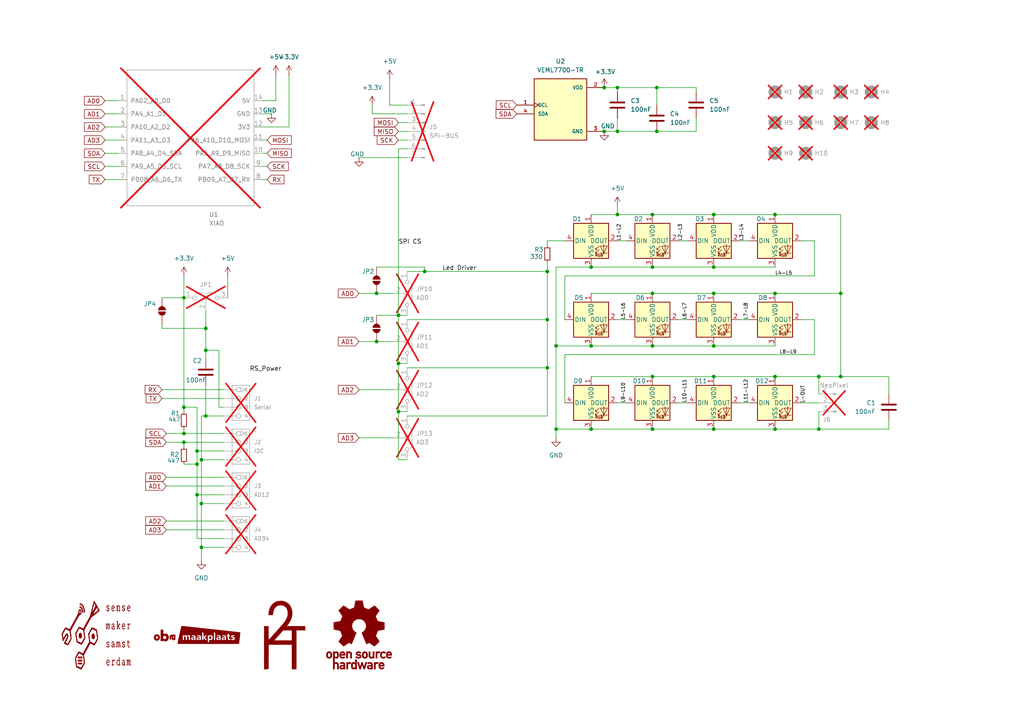
<source format=kicad_sch>
(kicad_sch (version 20231120) (generator "eeschema") (generator_version "8.0")
  (paper "A4")
  (title_block (title "NeoPixel4Xiao") (date "2024-11-13") (rev "3") (company "Sensemakers/In2Tech") (comment 1 "OBA Maakplaats facilitating:") (comment 3 "K. Wessing, M. Frissen, G. Mos") (comment 4 "Open Source Hardware by:"))
  (lib_symbols
    (symbol "Connector:Conn_01x03_Pin" (pin_names (offset 1.016) hide)
      (property "Reference" "J" (at 0 5.08 0))
      (property "Value" "Conn_01x03_Pin" (at 0 -5.08 0))
      (symbol "Conn_01x03_Pin_1_1"
        (pin passive line (at 5.08 2.54 180) (length 3.81) (name "Pin_1") (number "1"))
        (pin passive line (at 5.08 0 180) (length 3.81) (name "Pin_2") (number "2"))
        (pin passive line (at 5.08 -2.54 180) (length 3.81) (name "Pin_3") (number "3"))
      )
    )
    (symbol "Connector:Conn_01x07_Pin" (pin_names (offset 1.016) hide)
      (property "Reference" "J" (at 0 10.16 0))
      (property "Value" "Conn_01x07_Pin" (at 0 -10.16 0))
      (symbol "Conn_01x07_Pin_1_1"
        (pin passive line (at 5.08 7.62 180) (length 3.81) (name "Pin_1") (number "1"))
        (pin passive line (at 5.08 5.08 180) (length 3.81) (name "Pin_2") (number "2"))
        (pin passive line (at 5.08 2.54 180) (length 3.81) (name "Pin_3") (number "3"))
        (pin passive line (at 5.08 0 180) (length 3.81) (name "Pin_4") (number "4"))
        (pin passive line (at 5.08 -2.54 180) (length 3.81) (name "Pin_5") (number "5"))
        (pin passive line (at 5.08 -5.08 180) (length 3.81) (name "Pin_6") (number "6"))
        (pin passive line (at 5.08 -7.62 180) (length 3.81) (name "Pin_7") (number "7"))
      )
    )
    (symbol "Device:C" (pin_numbers hide) (pin_names (offset 0.254))
      (property "Reference" "C" (at 0.635 2.54 0))
      (property "Value" "C" (at 0.635 -2.54 0))
      (symbol "C_1_1"
        (pin passive line (at 0 3.81 270) (length 2.794) (name "~") (number "1"))
        (pin passive line (at 0 -3.81 90) (length 2.794) (name "~") (number "2"))
      )
    )
    (symbol "Device:R_Small" (pin_numbers hide) (pin_names (offset 0.254) hide)
      (property "Reference" "R" (at 0.762 0.508 0))
      (property "Value" "R_Small" (at 0.762 -1.016 0))
      (symbol "R_Small_1_1"
        (pin passive line (at 0 2.54 270) (length 0.762) (name "~") (number "1"))
        (pin passive line (at 0 -2.54 90) (length 0.762) (name "~") (number "2"))
      )
    )
    (symbol "Jumper:Jumper_3_Open" (pin_names (offset 0) hide) (exclude_from_sim yes) (in_bom no)
      (property "Reference" "JP" (at -2.54 -2.54 0))
      (property "Value" "Jumper_3_Open" (at 0 2.794 0))
      (symbol "Jumper_3_Open_1_1"
        (pin passive line (at -6.35 0 0) (length 2.54) (name "A") (number "1"))
        (pin passive line (at 0 -3.81 90) (length 2.54) (name "C") (number "2"))
        (pin passive line (at 6.35 0 180) (length 2.54) (name "B") (number "3"))
      )
    )
    (symbol "Jumper:SolderJumper_2_Open" (pin_numbers hide) (pin_names (offset 0) hide) (exclude_from_sim yes) (in_bom no)
      (property "Reference" "JP" (at 0 2.032 0))
      (property "Value" "SolderJumper_2_Open" (at 0 -2.54 0))
      (symbol "SolderJumper_2_Open_1_1"
        (pin passive line (at -3.81 0 0) (length 2.54) (name "A") (number "1"))
        (pin passive line (at 3.81 0 180) (length 2.54) (name "B") (number "2"))
      )
    )
    (symbol "LED:WS2812B" (pin_names (offset 0.254))
      (property "Reference" "D" (at 5.08 5.715 0))
      (property "Value" "WS2812B" (at 1.27 -5.715 0))
      (symbol "WS2812B_0_0"
        (text "RGB" (at 2.286 -4.191 0) (effects (font (size 0.762 0.762))))
      )
      (symbol "WS2812B_1_1"
        (pin power_in line (at 0 7.62 270) (length 2.54) (name "VDD") (number "1"))
        (pin output line (at 7.62 0 180) (length 2.54) (name "DOUT") (number "2"))
        (pin power_in line (at 0 -7.62 90) (length 2.54) (name "VSS") (number "3"))
        (pin input line (at -7.62 0 0) (length 2.54) (name "DIN") (number "4"))
      )
    )
    (symbol "Mechanical:MountingHole" (pin_names (offset 1.016)) (exclude_from_sim yes) (in_bom no)
      (property "Reference" "H" (at 0 5.08 0))
      (property "Value" "MountingHole" (at 0 3.175 0))
    )
    (symbol "OPL_Connector:GROVE-CONNECTOR-DIP-90D_4P-2.0_" (pin_numbers hide) (pin_names (offset 1.016))
      (property "Reference" "J" (at -6.35 6.35 0))
      (property "Value" "GROVE-CONNECTOR-DIP-90D_4P-2.0_" (at 0 6.35 0))
      (symbol "GROVE-CONNECTOR-DIP-90D_4P-2.0__1_1"
        (pin bidirectional inverted_clock (at -3.81 3.81 0) (length 5.08) (name "1") (number "1"))
        (pin bidirectional inverted (at -3.81 1.27 0) (length 5.08) (name "2") (number "2"))
        (pin bidirectional inverted (at -3.81 -1.27 0) (length 5.08) (name "3") (number "3"))
        (pin bidirectional inverted (at -3.81 -3.81 0) (length 5.08) (name "4") (number "4"))
      )
    )
    (symbol "VEML77--TR:VEML7700-TR" (pin_names (offset 1.016))
      (property "Reference" "U" (at -7.62 10.795 0))
      (property "Value" "VEML7700-TR" (at -7.62 -10.16 0))
      (symbol "VEML7700-TR_0_0"
        (pin input clock (at -12.7 2.54 0) (length 5.08) (name "SCL") (number "1"))
        (pin power_in line (at 12.7 7.62 180) (length 5.08) (name "VDD") (number "2"))
        (pin power_in line (at 12.7 -5.08 180) (length 5.08) (name "GND") (number "3"))
        (pin bidirectional line (at -12.7 0 0) (length 5.08) (name "SDA") (number "4"))
      )
    )
    (symbol "logo:in2tech" (pin_names (offset 1.016)))
    (symbol "logo:oba" (pin_names (offset 1.016)))
    (symbol "logo:open-source" (pin_names (offset 1.016)))
    (symbol "logo:sensemakers" (pin_names (offset 1.016)))
    (symbol "power:+3.3V" (power) (pin_numbers hide) (pin_names (offset 0) hide)
      (property "Value" "+3.3V" (at 0 3.556 0))
      (symbol "+3.3V_1_1"
        (pin power_in line (at 0 0 90) (length 0) (name "~") (number "1"))
      )
    )
    (symbol "power:+5V" (power) (pin_numbers hide) (pin_names (offset 0) hide)
      (property "Value" "+5V" (at 0 3.556 0))
      (symbol "+5V_1_1"
        (pin power_in line (at 0 0 90) (length 0) (name "~") (number "1"))
      )
    )
    (symbol "power:GND" (power) (pin_numbers hide) (pin_names (offset 0) hide)
      (property "Value" "GND" (at 0 -3.81 0))
      (symbol "GND_1_1"
        (pin power_in line (at 0 0 270) (length 0) (name "~") (number "1"))
      )
    )
    (symbol "xiao:SeeeduinoXIAO" (pin_names (offset 1.016))
      (property "Reference" "U1" (at 4.7341 -21.59 0))
      (property "Value" "XIAO" (at 4.7341 -24.13 0))
      (symbol "SeeeduinoXIAO_1_1"
        (pin unspecified line (at -21.59 11.43 0) (length 2.54) (name "PA02_A0_D0") (number "1"))
        (pin unspecified line (at 20.32 -3.81 180) (length 2.54) (name "PA5_A9_D9_MISO") (number "10"))
        (pin unspecified line (at 20.32 0 180) (length 2.54) (name "PA6_A10_D10_MOSI") (number "11"))
        (pin unspecified line (at 20.32 3.81 180) (length 2.54) (name "3V3") (number "12"))
        (pin unspecified line (at 20.32 7.62 180) (length 2.54) (name "GND") (number "13"))
        (pin unspecified line (at 20.32 11.43 180) (length 2.54) (name "5V") (number "14"))
        (pin unspecified line (at -21.59 7.62 0) (length 2.54) (name "PA4_A1_D1") (number "2"))
        (pin unspecified line (at -21.59 3.81 0) (length 2.54) (name "PA10_A2_D2") (number "3"))
        (pin unspecified line (at -21.59 0 0) (length 2.54) (name "PA11_A3_D3") (number "4"))
        (pin unspecified line (at -21.59 -3.81 0) (length 2.54) (name "PA8_A4_D4_SDA") (number "5"))
        (pin unspecified line (at -21.59 -7.62 0) (length 2.54) (name "PA9_A5_D5_SCL") (number "6"))
        (pin unspecified line (at -21.59 -11.43 0) (length 2.54) (name "PB08_A6_D6_TX") (number "7"))
        (pin unspecified line (at 20.32 -11.43 180) (length 2.54) (name "PB09_A7_D7_RX") (number "8"))
        (pin unspecified line (at 20.32 -7.62 180) (length 2.54) (name "PA7_A8_D8_SCK") (number "9"))
      )
    )
  )
  (junction (at 115.57 91.44))
  (junction (at 161.29 124.46))
  (junction (at 53.34 128.27))
  (junction (at 59.69 120.65))
  (junction (at 179.07 38.1))
  (junction (at 161.29 100.33))
  (junction (at 57.15 143.51))
  (junction (at 53.34 125.73))
  (junction (at 109.22 99.06))
  (junction (at 59.69 101.6))
  (junction (at 109.22 85.09))
  (junction (at 59.69 95.25))
  (junction (at 171.45 77.47))
  (junction (at 243.84 109.22))
  (junction (at 243.84 85.09))
  (junction (at 171.45 124.46))
  (junction (at 189.23 109.22))
  (junction (at 123.19 78.74))
  (junction (at 190.5 38.1))
  (junction (at 158.75 106.68))
  (junction (at 190.5 25.4))
  (junction (at 115.57 119.38))
  (junction (at 189.23 124.46))
  (junction (at 58.42 158.75))
  (junction (at 207.01 109.22))
  (junction (at 224.79 62.23))
  (junction (at 224.79 124.46))
  (junction (at 207.01 100.33))
  (junction (at 207.01 124.46))
  (junction (at 224.79 85.09))
  (junction (at 224.79 109.22))
  (junction (at 53.34 118.11))
  (junction (at 175.26 25.4))
  (junction (at 171.45 100.33))
  (junction (at 58.42 146.05))
  (junction (at 57.15 130.81))
  (junction (at 189.23 62.23))
  (junction (at 158.75 78.74))
  (junction (at 207.01 85.09))
  (junction (at 179.07 62.23))
  (junction (at 207.01 62.23))
  (junction (at 189.23 100.33))
  (junction (at 115.57 105.41))
  (junction (at 189.23 85.09))
  (junction (at 57.15 134.62))
  (junction (at 189.23 77.47))
  (junction (at 175.26 38.1))
  (junction (at 158.75 92.71))
  (junction (at 58.42 133.35))
  (junction (at 237.49 124.46))
  (junction (at 53.34 86.36))
  (junction (at 179.07 25.4))
  (junction (at 207.01 77.47))
  (junction (at 237.49 109.22))
  (wire (pts (xy 207.01 77.47) (xy 224.79 77.47)))
  (wire (pts (xy 104.14 113.03) (xy 114.3 113.03)))
  (wire (pts (xy 115.57 38.1) (xy 118.11 38.1)))
  (wire (pts (xy 83.82 36.83) (xy 83.82 21.59)))
  (wire (pts (xy 115.57 119.38) (xy 115.57 105.41)))
  (wire (pts (xy 30.48 40.64) (xy 34.29 40.64)))
  (wire (pts (xy 30.48 44.45) (xy 34.29 44.45)))
  (wire (pts (xy 214.63 116.84) (xy 217.17 116.84)))
  (wire (pts (xy 161.29 100.33) (xy 171.45 100.33)))
  (wire (pts (xy 224.79 62.23) (xy 243.84 62.23)))
  (wire (pts (xy 179.07 62.23) (xy 189.23 62.23)))
  (wire (pts (xy 161.29 100.33) (xy 161.29 77.47)))
  (wire (pts (xy 115.57 133.35) (xy 115.57 119.38)))
  (wire (pts (xy 48.26 125.73) (xy 53.34 125.73)))
  (wire (pts (xy 189.23 109.22) (xy 207.01 109.22)))
  (wire (pts (xy 48.26 153.67) (xy 64.77 153.67)))
  (wire (pts (xy 113.03 22.86) (xy 113.03 30.48)))
  (wire (pts (xy 224.79 85.09) (xy 243.84 85.09)))
  (wire (pts (xy 53.34 118.11) (xy 57.15 118.11)))
  (wire (pts (xy 30.48 52.07) (xy 34.29 52.07)))
  (wire (pts (xy 207.01 85.09) (xy 224.79 85.09)))
  (wire (pts (xy 118.11 119.38) (xy 115.57 119.38)))
  (wire (pts (xy 48.26 151.13) (xy 64.77 151.13)))
  (wire (pts (xy 53.34 118.11) (xy 53.34 119.38)))
  (wire (pts (xy 237.49 124.46) (xy 237.49 119.38)))
  (wire (pts (xy 53.34 124.46) (xy 53.34 125.73)))
  (wire (pts (xy 158.75 120.65) (xy 158.75 106.68)))
  (wire (pts (xy 46.99 93.98) (xy 46.99 95.25)))
  (wire (pts (xy 224.79 124.46) (xy 237.49 124.46)))
  (wire (pts (xy 80.01 29.21) (xy 76.2 29.21)))
  (wire (pts (xy 158.75 76.2) (xy 158.75 78.74)))
  (wire (pts (xy 257.81 121.92) (xy 257.81 124.46)))
  (wire (pts (xy 53.34 128.27) (xy 64.77 128.27)))
  (wire (pts (xy 243.84 109.22) (xy 243.84 85.09)))
  (wire (pts (xy 179.07 69.85) (xy 181.61 69.85)))
  (wire (pts (xy 118.11 78.74) (xy 123.19 78.74)))
  (wire (pts (xy 171.45 77.47) (xy 189.23 77.47)))
  (wire (pts (xy 158.75 69.85) (xy 158.75 71.12)))
  (wire (pts (xy 118.11 133.35) (xy 115.57 133.35)))
  (wire (pts (xy 179.07 59.69) (xy 179.07 62.23)))
  (wire (pts (xy 48.26 128.27) (xy 53.34 128.27)))
  (wire (pts (xy 76.2 44.45) (xy 77.47 44.45)))
  (wire (pts (xy 59.69 111.76) (xy 59.69 120.65)))
  (wire (pts (xy 171.45 100.33) (xy 189.23 100.33)))
  (wire (pts (xy 158.75 106.68) (xy 158.75 92.71)))
  (wire (pts (xy 118.11 120.65) (xy 158.75 120.65)))
  (wire (pts (xy 179.07 34.29) (xy 179.07 38.1)))
  (wire (pts (xy 64.77 120.65) (xy 59.69 120.65)))
  (wire (pts (xy 104.14 85.09) (xy 109.22 85.09)))
  (wire (pts (xy 53.34 134.62) (xy 57.15 134.62)))
  (wire (pts (xy 57.15 156.21) (xy 64.77 156.21)))
  (wire (pts (xy 104.14 99.06) (xy 109.22 99.06)))
  (wire (pts (xy 232.41 116.84) (xy 237.49 116.84)))
  (wire (pts (xy 161.29 77.47) (xy 171.45 77.47)))
  (wire (pts (xy 201.93 34.29) (xy 201.93 38.1)))
  (wire (pts (xy 207.01 100.33) (xy 224.79 100.33)))
  (wire (pts (xy 58.42 133.35) (xy 64.77 133.35)))
  (wire (pts (xy 48.26 140.97) (xy 64.77 140.97)))
  (wire (pts (xy 109.22 77.47) (xy 123.19 77.47)))
  (wire (pts (xy 179.07 116.84) (xy 181.61 116.84)))
  (wire (pts (xy 76.2 36.83) (xy 83.82 36.83)))
  (wire (pts (xy 237.49 109.22) (xy 237.49 114.3)))
  (wire (pts (xy 46.99 95.25) (xy 59.69 95.25)))
  (wire (pts (xy 189.23 77.47) (xy 207.01 77.47)))
  (wire (pts (xy 196.85 116.84) (xy 199.39 116.84)))
  (wire (pts (xy 257.81 109.22) (xy 257.81 114.3)))
  (wire (pts (xy 115.57 43.18) (xy 115.57 91.44)))
  (wire (pts (xy 236.22 69.85) (xy 236.22 80.01)))
  (wire (pts (xy 48.26 138.43) (xy 64.77 138.43)))
  (wire (pts (xy 66.04 80.01) (xy 66.04 86.36)))
  (wire (pts (xy 53.34 80.01) (xy 53.34 86.36)))
  (wire (pts (xy 118.11 92.71) (xy 158.75 92.71)))
  (wire (pts (xy 115.57 40.64) (xy 118.11 40.64)))
  (wire (pts (xy 57.15 130.81) (xy 64.77 130.81)))
  (wire (pts (xy 196.85 92.71) (xy 199.39 92.71)))
  (wire (pts (xy 115.57 105.41) (xy 115.57 91.44)))
  (wire (pts (xy 57.15 118.11) (xy 57.15 130.81)))
  (wire (pts (xy 109.22 99.06) (xy 114.3 99.06)))
  (wire (pts (xy 76.2 52.07) (xy 77.47 52.07)))
  (wire (pts (xy 104.14 45.72) (xy 118.11 45.72)))
  (wire (pts (xy 58.42 158.75) (xy 58.42 162.56)))
  (wire (pts (xy 236.22 80.01) (xy 163.83 80.01)))
  (wire (pts (xy 161.29 127) (xy 161.29 124.46)))
  (wire (pts (xy 59.69 95.25) (xy 59.69 101.6)))
  (wire (pts (xy 161.29 124.46) (xy 161.29 100.33)))
  (wire (pts (xy 80.01 21.59) (xy 80.01 29.21)))
  (wire (pts (xy 59.69 101.6) (xy 63.5 101.6)))
  (wire (pts (xy 163.83 80.01) (xy 163.83 92.71)))
  (wire (pts (xy 179.07 38.1) (xy 190.5 38.1)))
  (wire (pts (xy 57.15 143.51) (xy 64.77 143.51)))
  (wire (pts (xy 76.2 48.26) (xy 77.47 48.26)))
  (wire (pts (xy 175.26 38.1) (xy 179.07 38.1)))
  (wire (pts (xy 118.11 105.41) (xy 115.57 105.41)))
  (wire (pts (xy 189.23 85.09) (xy 207.01 85.09)))
  (wire (pts (xy 118.11 91.44) (xy 115.57 91.44)))
  (wire (pts (xy 123.19 77.47) (xy 123.19 78.74)))
  (wire (pts (xy 59.69 104.14) (xy 59.69 101.6)))
  (wire (pts (xy 58.42 146.05) (xy 64.77 146.05)))
  (wire (pts (xy 207.01 124.46) (xy 224.79 124.46)))
  (wire (pts (xy 237.49 109.22) (xy 243.84 109.22)))
  (wire (pts (xy 190.5 25.4) (xy 201.93 25.4)))
  (wire (pts (xy 189.23 100.33) (xy 207.01 100.33)))
  (wire (pts (xy 201.93 25.4) (xy 201.93 26.67)))
  (wire (pts (xy 190.5 38.1) (xy 201.93 38.1)))
  (wire (pts (xy 175.26 25.4) (xy 179.07 25.4)))
  (wire (pts (xy 46.99 115.57) (xy 64.77 115.57)))
  (wire (pts (xy 158.75 69.85) (xy 163.83 69.85)))
  (wire (pts (xy 189.23 62.23) (xy 207.01 62.23)))
  (wire (pts (xy 30.48 36.83) (xy 34.29 36.83)))
  (wire (pts (xy 63.5 118.11) (xy 64.77 118.11)))
  (wire (pts (xy 76.2 33.02) (xy 78.74 33.02)))
  (wire (pts (xy 171.45 85.09) (xy 189.23 85.09)))
  (wire (pts (xy 232.41 92.71) (xy 236.22 92.71)))
  (wire (pts (xy 107.95 30.48) (xy 107.95 33.02)))
  (wire (pts (xy 76.2 40.64) (xy 77.47 40.64)))
  (wire (pts (xy 171.45 109.22) (xy 189.23 109.22)))
  (wire (pts (xy 53.34 125.73) (xy 64.77 125.73)))
  (wire (pts (xy 189.23 124.46) (xy 207.01 124.46)))
  (wire (pts (xy 46.99 113.03) (xy 64.77 113.03)))
  (wire (pts (xy 179.07 25.4) (xy 179.07 26.67)))
  (wire (pts (xy 30.48 29.21) (xy 34.29 29.21)))
  (wire (pts (xy 58.42 158.75) (xy 64.77 158.75)))
  (wire (pts (xy 171.45 62.23) (xy 179.07 62.23)))
  (wire (pts (xy 161.29 124.46) (xy 171.45 124.46)))
  (wire (pts (xy 196.85 69.85) (xy 199.39 69.85)))
  (wire (pts (xy 58.42 120.65) (xy 58.42 133.35)))
  (wire (pts (xy 57.15 143.51) (xy 57.15 156.21)))
  (wire (pts (xy 190.5 25.4) (xy 190.5 30.48)))
  (wire (pts (xy 57.15 130.81) (xy 57.15 134.62)))
  (wire (pts (xy 104.14 127) (xy 114.3 127)))
  (wire (pts (xy 163.83 102.87) (xy 163.83 116.84)))
  (wire (pts (xy 118.11 106.68) (xy 158.75 106.68)))
  (wire (pts (xy 171.45 124.46) (xy 189.23 124.46)))
  (wire (pts (xy 109.22 91.44) (xy 115.57 91.44)))
  (wire (pts (xy 107.95 33.02) (xy 118.11 33.02)))
  (wire (pts (xy 179.07 92.71) (xy 181.61 92.71)))
  (wire (pts (xy 63.5 101.6) (xy 63.5 118.11)))
  (wire (pts (xy 236.22 92.71) (xy 236.22 102.87)))
  (wire (pts (xy 158.75 92.71) (xy 158.75 78.74)))
  (wire (pts (xy 207.01 62.23) (xy 224.79 62.23)))
  (wire (pts (xy 59.69 120.65) (xy 58.42 120.65)))
  (wire (pts (xy 123.19 78.74) (xy 158.75 78.74)))
  (wire (pts (xy 53.34 86.36) (xy 53.34 118.11)))
  (wire (pts (xy 214.63 69.85) (xy 217.17 69.85)))
  (wire (pts (xy 214.63 92.71) (xy 217.17 92.71)))
  (wire (pts (xy 109.22 85.09) (xy 114.3 85.09)))
  (wire (pts (xy 30.48 48.26) (xy 34.29 48.26)))
  (wire (pts (xy 224.79 110.49) (xy 224.79 109.22)))
  (wire (pts (xy 243.84 109.22) (xy 257.81 109.22)))
  (wire (pts (xy 59.69 90.17) (xy 59.69 95.25)))
  (wire (pts (xy 207.01 109.22) (xy 224.79 109.22)))
  (wire (pts (xy 179.07 25.4) (xy 190.5 25.4)))
  (wire (pts (xy 243.84 85.09) (xy 243.84 62.23)))
  (wire (pts (xy 46.99 86.36) (xy 53.34 86.36)))
  (wire (pts (xy 53.34 128.27) (xy 53.34 129.54)))
  (wire (pts (xy 30.48 33.02) (xy 34.29 33.02)))
  (wire (pts (xy 118.11 43.18) (xy 115.57 43.18)))
  (wire (pts (xy 58.42 133.35) (xy 58.42 146.05)))
  (wire (pts (xy 57.15 134.62) (xy 57.15 143.51)))
  (wire (pts (xy 58.42 146.05) (xy 58.42 158.75)))
  (wire (pts (xy 236.22 102.87) (xy 163.83 102.87)))
  (wire (pts (xy 257.81 124.46) (xy 237.49 124.46)))
  (wire (pts (xy 224.79 109.22) (xy 237.49 109.22)))
  (wire (pts (xy 232.41 69.85) (xy 236.22 69.85)))
  (wire (pts (xy 115.57 35.56) (xy 118.11 35.56)))
  (wire (pts (xy 113.03 30.48) (xy 118.11 30.48)))
  (label "L6-L7" (at 199.39 92.71 90) (effects (font (size 1.016 1.016))))
  (label "L3-L4" (at 215.9 69.85 90) (effects (font (size 1.016 1.016))))
  (label "L-OUT" (at 233.68 116.84 90) (effects (font (size 1.016 1.016))))
  (label "L10-L11" (at 199.39 116.84 90) (effects (font (size 1.016 1.016))))
  (label "L9-L10" (at 181.61 116.84 90) (effects (font (size 1.016 1.016))))
  (label "RS_Power" (at 72.39 107.95 0))
  (label "L8-L9" (at 226.06 102.87 0) (effects (font (size 1.016 1.016))))
  (label "L2-L3" (at 198.12 69.85 90) (effects (font (size 1.016 1.016))))
  (label "L1-L2" (at 180.34 69.85 90) (effects (font (size 1.016 1.016))))
  (label "SPI CS" (at 115.57 71.12 0))
  (label "L7-L8" (at 217.17 92.71 90) (effects (font (size 1.016 1.016))))
  (label "L5-L6" (at 181.61 92.71 90) (effects (font (size 1.016 1.016))))
  (label "L4-L5" (at 224.79 80.01 0) (effects (font (size 1.016 1.016))))
  (label "Led Driver" (at 128.27 78.74 0))
  (label "L11-L12" (at 217.17 116.84 90) (effects (font (size 1.016 1.016))))
  (global_label "AD3" (shape input) (at 30.48 40.64 180) (property "Intersheetrefs" "${INTERSHEET_REFS}" (effects (hide yes))))
  (global_label "RX" (shape input) (at 46.99 113.03 180) (property "Intersheetrefs" "${INTERSHEET_REFS}" (effects (hide yes))))
  (global_label "SCL" (shape input) (at 149.86 30.48 180) (property "Intersheetrefs" "${INTERSHEET_REFS}" (effects (hide yes))))
  (global_label "MISO" (shape input) (at 77.47 44.45 0) (property "Intersheetrefs" "${INTERSHEET_REFS}" (effects (hide yes))))
  (global_label "MISO" (shape input) (at 115.57 38.1 180) (property "Intersheetrefs" "${INTERSHEET_REFS}" (effects (hide yes))))
  (global_label "AD0" (shape input) (at 104.14 85.09 180) (property "Intersheetrefs" "${INTERSHEET_REFS}" (effects (hide yes))))
  (global_label "MOSI" (shape input) (at 77.47 40.64 0) (property "Intersheetrefs" "${INTERSHEET_REFS}" (effects (hide yes))))
  (global_label "TX" (shape input) (at 46.99 115.57 180) (property "Intersheetrefs" "${INTERSHEET_REFS}" (effects (hide yes))))
  (global_label "AD1" (shape input) (at 30.48 33.02 180) (property "Intersheetrefs" "${INTERSHEET_REFS}" (effects (hide yes))))
  (global_label "SDA" (shape input) (at 48.26 128.27 180) (property "Intersheetrefs" "${INTERSHEET_REFS}" (effects (hide yes))))
  (global_label "SCL" (shape input) (at 30.48 48.26 180) (property "Intersheetrefs" "${INTERSHEET_REFS}" (effects (hide yes))))
  (global_label "AD2" (shape input) (at 30.48 36.83 180) (property "Intersheetrefs" "${INTERSHEET_REFS}" (effects (hide yes))))
  (global_label "AD2" (shape input) (at 48.26 151.13 180) (property "Intersheetrefs" "${INTERSHEET_REFS}" (effects (hide yes))))
  (global_label "SDA" (shape input) (at 30.48 44.45 180) (property "Intersheetrefs" "${INTERSHEET_REFS}" (effects (hide yes))))
  (global_label "AD3" (shape input) (at 48.26 153.67 180) (property "Intersheetrefs" "${INTERSHEET_REFS}" (effects (hide yes))))
  (global_label "AD2" (shape input) (at 104.14 113.03 180) (property "Intersheetrefs" "${INTERSHEET_REFS}" (effects (hide yes))))
  (global_label "AD1" (shape input) (at 48.26 140.97 180) (property "Intersheetrefs" "${INTERSHEET_REFS}" (effects (hide yes))))
  (global_label "SDA" (shape input) (at 149.86 33.02 180) (property "Intersheetrefs" "${INTERSHEET_REFS}" (effects (hide yes))))
  (global_label "AD0" (shape input) (at 30.48 29.21 180) (property "Intersheetrefs" "${INTERSHEET_REFS}" (effects (hide yes))))
  (global_label "AD1" (shape input) (at 104.14 99.06 180) (property "Intersheetrefs" "${INTERSHEET_REFS}" (effects (hide yes))))
  (global_label "SCK" (shape input) (at 115.57 40.64 180) (property "Intersheetrefs" "${INTERSHEET_REFS}" (effects (hide yes))))
  (global_label "AD0" (shape input) (at 48.26 138.43 180) (property "Intersheetrefs" "${INTERSHEET_REFS}" (effects (hide yes))))
  (global_label "MOSI" (shape input) (at 115.57 35.56 180) (property "Intersheetrefs" "${INTERSHEET_REFS}" (effects (hide yes))))
  (global_label "TX" (shape input) (at 30.48 52.07 180) (property "Intersheetrefs" "${INTERSHEET_REFS}" (effects (hide yes))))
  (global_label "AD3" (shape input) (at 104.14 127 180) (property "Intersheetrefs" "${INTERSHEET_REFS}" (effects (hide yes))))
  (global_label "SCK" (shape input) (at 77.47 48.26 0) (property "Intersheetrefs" "${INTERSHEET_REFS}" (effects (hide yes))))
  (global_label "RX" (shape input) (at 77.47 52.07 0) (property "Intersheetrefs" "${INTERSHEET_REFS}" (effects (hide yes))))
  (global_label "SCL" (shape input) (at 48.26 125.73 180) (property "Intersheetrefs" "${INTERSHEET_REFS}" (effects (hide yes))))
  (symbol (lib_id "logo:sensemakers") (at 27.94 184.15 0) (unit 1)
    (property "Reference" "#G1" (effects (hide yes)))
    (property "Value" "sensemakers" (effects (hide yes)))
  )
  (symbol (lib_id "Connector:Conn_01x03_Pin") (at 242.57 116.84 0) (mirror y) (unit 1) (dnp yes)
    (property "Reference" "J6" (at 239.776 121.666 0))
    (property "Value" "NeoPixel" (at 241.935 111.76 0))
    (property "Footprint" "Connector_PinHeader_2.54mm:PinHeader_1x03_P2.54mm_Vertical" (effects (hide yes)))
    (property "Description" "Generic connector, single row, 01x03, script generated" (effects (hide yes)))
  )
  (symbol (lib_id "Jumper:SolderJumper_2_Open") (at 109.22 81.28 90) (unit 1) (exclude_from_sim yes) (in_bom no)
    (property "Reference" "JP2" (at 104.902 78.74 90) (effects (justify right)))
    (property "Value" "SolderJumper_2_Open" (effects (hide yes)))
    (property "Footprint" "Jumper:SolderJumper-2_P1.3mm_Open_Pad1.0x1.5mm" (effects (hide yes)))
    (property "Description" "Solder Jumper, 2-pole, open" (effects (hide yes)))
  )
  (symbol (lib_id "Mechanical:MountingHole") (at 224.79 44.45 0) (unit 1) (exclude_from_sim yes) (in_bom no) (dnp yes)
    (property "Reference" "H9" (at 227.33 44.4499 0) (effects (justify left)))
    (property "Value" "MountingHole" (effects (hide yes)))
    (property "Footprint" "MountingHole:MountingHole_2.2mm_M2" (effects (hide yes)))
    (property "Description" "Mounting Hole without connection" (effects (hide yes)))
  )
  (symbol (lib_id "Device:C") (at 257.81 118.11 0) (mirror y) (unit 1)
    (property "Reference" "C1" (at 254 116.8399 0) (effects (justify left)))
    (property "Value" "100nF" (at 254 119.3799 0) (effects (justify left)))
    (property "Footprint" "Capacitor_SMD:C_0805_2012Metric" (effects (hide yes)))
    (property "Description" "X7R" (effects (hide yes)))
    (property "JLC" "C49678" (effects (hide yes)))
  )
  (symbol (lib_id "Mechanical:MountingHole") (at 233.68 35.56 0) (unit 1) (exclude_from_sim yes) (in_bom no) (dnp yes)
    (property "Reference" "H6" (at 236.22 35.5599 0) (effects (justify left)))
    (property "Value" "MountingHole" (effects (hide yes)))
    (property "Footprint" "MountingHole:MountingHole_2.2mm_M2" (effects (hide yes)))
    (property "Description" "Mounting Hole without connection" (effects (hide yes)))
  )
  (symbol (lib_id "power:+5V") (at 66.04 80.01 0) (unit 1)
    (property "Reference" "#PWR04" (effects (hide yes)))
    (property "Value" "+5V" (at 66.04 74.93 0))
    (property "Description" "Power symbol creates a global label with name \"+5V\"" (effects (hide yes)))
  )
  (symbol (lib_id "Device:R_Small") (at 53.34 121.92 0) (unit 1)
    (property "Reference" "R1" (at 49.53 119.888 0) (effects (justify left)))
    (property "Value" "4k7" (at 48.768 121.666 0) (effects (justify left)))
    (property "Footprint" "Resistor_SMD:R_0805_2012Metric_Pad1.20x1.40mm_HandSolder" (effects (hide yes)))
    (property "Description" "Resistor, small symbol" (effects (hide yes)))
    (property "JLC" "C17673" (effects (hide yes)))
  )
  (symbol (lib_id "LED:WS2812B") (at 224.79 69.85 0) (unit 1)
    (property "Reference" "D4" (at 220.726 63.5 0))
    (property "Value" "WS2812B" (effects (hide yes)))
    (property "Footprint" "LED_SMD:LED_WS2812B_PLCC4_5.0x5.0mm_P3.2mm" (effects (hide yes)))
    (property "Datasheet" "https://cdn-shop.adafruit.com/datasheets/WS2812B.pdf" (effects (hide yes)))
    (property "Description" "RGB LED with integrated controller" (effects (hide yes)))
    (property "JLC" "C2874885" (effects (hide yes)))
  )
  (symbol (lib_id "Jumper:Jumper_3_Open") (at 118.11 127 270) (unit 1) (exclude_from_sim yes) (in_bom no) (dnp yes)
    (property "Reference" "JP13" (at 120.65 125.7299 90) (effects (justify left)))
    (property "Value" "AD3" (at 120.65 128.2699 90) (effects (justify left)))
    (property "Footprint" "Connector_PinHeader_2.54mm:PinHeader_1x03_P2.54mm_Vertical" (effects (hide yes)))
    (property "Description" "Jumper, 3-pole, both open" (effects (hide yes)))
  )
  (symbol (lib_id "LED:WS2812B") (at 189.23 92.71 0) (unit 1)
    (property "Reference" "D6" (at 185.674 86.36 0))
    (property "Value" "WS2812B" (effects (hide yes)))
    (property "Footprint" "LED_SMD:LED_WS2812B_PLCC4_5.0x5.0mm_P3.2mm" (effects (hide yes)))
    (property "Datasheet" "https://cdn-shop.adafruit.com/datasheets/WS2812B.pdf" (effects (hide yes)))
    (property "Description" "RGB LED with integrated controller" (effects (hide yes)))
    (property "JLC" "C2874885" (effects (hide yes)))
  )
  (symbol (lib_id "OPL_Connector:GROVE-CONNECTOR-DIP-90D_4P-2.0_") (at 68.58 116.84 0) (unit 1) (dnp yes)
    (property "Reference" "J1" (at 73.66 115.57 0) (effects (font (size 1.143 1.143)) (justify left)))
    (property "Value" "Serial" (at 73.66 118.11 0) (effects (font (size 1.143 1.143)) (justify left)))
    (property "Footprint" "custom:GROVE-HW4-2.0-90D" (effects (hide yes)))
    (property "SKU" "320110034" (effects (hide yes)))
  )
  (symbol (lib_id "power:GND") (at 104.14 45.72 0) (unit 1)
    (property "Reference" "#PWR011" (effects (hide yes)))
    (property "Value" "GND" (at 103.632 44.704 0))
    (property "Description" "Power symbol creates a global label with name \"GND\" , ground" (effects (hide yes)))
  )
  (symbol (lib_id "VEML77--TR:VEML7700-TR") (at 162.56 33.02 0) (unit 1)
    (property "Reference" "U2" (at 162.56 17.78 0))
    (property "Value" "VEML7700-TR" (at 162.56 20.32 0))
    (property "Footprint" "custom:XDCR_VEML7700-TR" (effects (hide yes)))
    (property "MF" "Vishay" (effects (hide yes)))
    (property "MAXIMUM_PACKAGE_HEIGHT" "3 mm" (effects (hide yes)))
    (property "Package" "Package" (effects (hide yes)))
    (property "Price" "None" (effects (hide yes)))
    (property "Check_prices" "https://www.snapeda.com/parts/VEML7700-TR/Vishay+Semiconductor+Opto+Division/view-part/?ref=eda" (effects (hide yes)))
    (property "STANDARD" "Manufacturer Recommendations" (effects (hide yes)))
    (property "PARTREV" "1.6" (effects (hide yes)))
    (property "SnapEDA_Link" "https://www.snapeda.com/parts/VEML7700-TR/Vishay+Semiconductor+Opto+Division/view-part/?ref=snap" (effects (hide yes)))
    (property "MP" "VEML7700-TR" (effects (hide yes)))
    (property "Purchase-URL" "https://www.snapeda.com/api/url_track_click_mouser/?unipart_id=620383&manufacturer=Vishay&part_name=VEML7700-TR&search_term=veml7700-tr" (effects (hide yes)))
    (property "Description_1" "\nOptical Sensor Ambient 545nm I2C 4-SMD, J-Lead\n" (effects (hide yes)))
    (property "MANUFACTURER" "Vishay" (effects (hide yes)))
    (property "Availability" "In Stock" (effects (hide yes)))
    (property "SNAPEDA_PN" "VEML7700-TR" (effects (hide yes)))
    (property "JLC" "C504893" (effects (hide yes)))
    (property "JLCPCB Position Offset" "0.635, 0" (effects (hide yes)))
    (property "JLCPCB Rotation Offset" "90" (effects (hide yes)))
  )
  (symbol (lib_id "Mechanical:MountingHole") (at 224.79 26.67 0) (unit 1) (exclude_from_sim yes) (in_bom no) (dnp yes)
    (property "Reference" "H1" (at 227.33 26.6699 0) (effects (justify left)))
    (property "Value" "MountingHole" (effects (hide yes)))
    (property "Footprint" "MountingHole:MountingHole_3.2mm_M3" (effects (hide yes)))
    (property "Description" "Mounting Hole without connection" (effects (hide yes)))
  )
  (symbol (lib_id "power:GND") (at 175.26 38.1 0) (unit 1)
    (property "Reference" "#PWR012" (effects (hide yes)))
    (property "Value" "GND" (at 176.276 36.576 0))
    (property "Description" "Power symbol creates a global label with name \"GND\" , ground" (effects (hide yes)))
  )
  (symbol (lib_id "power:GND") (at 78.74 33.02 0) (unit 1)
    (property "Reference" "#PWR08" (effects (hide yes)))
    (property "Value" "GND" (at 78.232 32.004 0))
    (property "Description" "Power symbol creates a global label with name \"GND\" , ground" (effects (hide yes)))
  )
  (symbol (lib_id "power:+3.3V") (at 175.26 25.4 0) (unit 1)
    (property "Reference" "#PWR013" (effects (hide yes)))
    (property "Value" "+3.3V" (at 175.514 20.828 0))
    (property "Description" "Power symbol creates a global label with name \"+3.3V\"" (effects (hide yes)))
  )
  (symbol (lib_id "LED:WS2812B") (at 189.23 116.84 0) (unit 1)
    (property "Reference" "D10" (at 185.42 110.49 0))
    (property "Value" "WS2812B" (effects (hide yes)))
    (property "Footprint" "LED_SMD:LED_WS2812B_PLCC4_5.0x5.0mm_P3.2mm" (effects (hide yes)))
    (property "Datasheet" "https://cdn-shop.adafruit.com/datasheets/WS2812B.pdf" (effects (hide yes)))
    (property "Description" "RGB LED with integrated controller" (effects (hide yes)))
    (property "JLC" "C2874885" (effects (hide yes)))
  )
  (symbol (lib_id "LED:WS2812B") (at 207.01 116.84 0) (unit 1)
    (property "Reference" "D11" (at 203.2 110.49 0))
    (property "Value" "WS2812B" (effects (hide yes)))
    (property "Footprint" "LED_SMD:LED_WS2812B_PLCC4_5.0x5.0mm_P3.2mm" (effects (hide yes)))
    (property "Datasheet" "https://cdn-shop.adafruit.com/datasheets/WS2812B.pdf" (effects (hide yes)))
    (property "Description" "RGB LED with integrated controller" (effects (hide yes)))
    (property "JLC" "C2874885" (effects (hide yes)))
  )
  (symbol (lib_id "logo:open-source") (at 104.14 184.15 0) (unit 1)
    (property "Reference" "#G4" (effects (hide yes)))
    (property "Value" "open-source" (effects (hide yes)))
  )
  (symbol (lib_id "Jumper:Jumper_3_Open") (at 118.11 113.03 270) (unit 1) (exclude_from_sim yes) (in_bom no) (dnp yes)
    (property "Reference" "JP12" (at 120.65 111.7599 90) (effects (justify left)))
    (property "Value" "AD2" (at 120.65 114.2999 90) (effects (justify left)))
    (property "Footprint" "Connector_PinHeader_2.54mm:PinHeader_1x03_P2.54mm_Vertical" (effects (hide yes)))
    (property "Description" "Jumper, 3-pole, both open" (effects (hide yes)))
  )
  (symbol (lib_id "LED:WS2812B") (at 189.23 69.85 0) (unit 1)
    (property "Reference" "D2" (at 185.166 63.5 0))
    (property "Value" "WS2812B" (effects (hide yes)))
    (property "Footprint" "LED_SMD:LED_WS2812B_PLCC4_5.0x5.0mm_P3.2mm" (effects (hide yes)))
    (property "Datasheet" "https://cdn-shop.adafruit.com/datasheets/WS2812B.pdf" (effects (hide yes)))
    (property "Description" "RGB LED with integrated controller" (effects (hide yes)))
    (property "JLC" "C2874885" (effects (hide yes)))
  )
  (symbol (lib_id "power:+5V") (at 113.03 22.86 0) (unit 1)
    (property "Reference" "#PWR09" (effects (hide yes)))
    (property "Value" "+5V" (at 113.03 17.78 0))
    (property "Description" "Power symbol creates a global label with name \"+5V\"" (effects (hide yes)))
  )
  (symbol (lib_id "OPL_Connector:GROVE-CONNECTOR-DIP-90D_4P-2.0_") (at 68.58 154.94 0) (unit 1) (dnp yes)
    (property "Reference" "J4" (at 73.66 153.67 0) (effects (font (size 1.143 1.143)) (justify left)))
    (property "Value" "AD34" (at 73.66 156.21 0) (effects (font (size 1.143 1.143)) (justify left)))
    (property "Footprint" "custom:GROVE-HW4-2.0-90D" (effects (hide yes)))
    (property "SKU" "320110034" (effects (hide yes)))
  )
  (symbol (lib_id "power:GND") (at 58.42 162.56 0) (unit 1)
    (property "Reference" "#PWR03" (effects (hide yes)))
    (property "Value" "GND" (at 58.42 167.64 0))
    (property "Description" "Power symbol creates a global label with name \"GND\" , ground" (effects (hide yes)))
  )
  (symbol (lib_id "power:+3.3V") (at 83.82 21.59 0) (unit 1)
    (property "Reference" "#PWR06" (effects (hide yes)))
    (property "Value" "+3.3V" (at 83.82 16.51 0))
    (property "Description" "Power symbol creates a global label with name \"+3.3V\"" (effects (hide yes)))
  )
  (symbol (lib_id "Device:R_Small") (at 158.75 73.66 0) (unit 1)
    (property "Reference" "R3" (at 154.94 72.39 0) (effects (justify left)))
    (property "Value" "330" (at 153.67 74.422 0) (effects (justify left)))
    (property "Footprint" "Resistor_SMD:R_0805_2012Metric_Pad1.20x1.40mm_HandSolder" (effects (hide yes)))
    (property "Description" "Resistor, small symbol" (effects (hide yes)))
    (property "JLC" "C17630" (effects (hide yes)))
  )
  (symbol (lib_id "Mechanical:MountingHole") (at 243.84 26.67 0) (unit 1) (exclude_from_sim yes) (in_bom no) (dnp yes)
    (property "Reference" "H3" (at 246.38 26.6699 0) (effects (justify left)))
    (property "Value" "MountingHole" (effects (hide yes)))
    (property "Footprint" "MountingHole:MountingHole_3.2mm_M3" (effects (hide yes)))
    (property "Description" "Mounting Hole without connection" (effects (hide yes)))
  )
  (symbol (lib_id "power:GND") (at 161.29 127 0) (unit 1)
    (property "Reference" "#PWR02" (effects (hide yes)))
    (property "Value" "GND" (at 161.29 132.08 0))
    (property "Description" "Power symbol creates a global label with name \"GND\" , ground" (effects (hide yes)))
  )
  (symbol (lib_id "power:+5V") (at 80.01 21.59 0) (unit 1)
    (property "Reference" "#PWR07" (effects (hide yes)))
    (property "Value" "+5V" (at 80.01 16.51 0))
    (property "Description" "Power symbol creates a global label with name \"+5V\"" (effects (hide yes)))
  )
  (symbol (lib_id "Device:C") (at 201.93 30.48 0) (unit 1)
    (property "Reference" "C5" (at 205.74 29.2099 0) (effects (justify left)))
    (property "Value" "100nF" (at 205.74 31.7499 0) (effects (justify left)))
    (property "Footprint" "Capacitor_SMD:C_0805_2012Metric" (effects (hide yes)))
    (property "Description" "X7R" (effects (hide yes)))
    (property "JLC" "C49678" (effects (hide yes)))
  )
  (symbol (lib_id "power:+3.3V") (at 107.95 30.48 0) (unit 1)
    (property "Reference" "#PWR010" (effects (hide yes)))
    (property "Value" "+3.3V" (at 107.95 25.4 0))
    (property "Description" "Power symbol creates a global label with name \"+3.3V\"" (effects (hide yes)))
  )
  (symbol (lib_id "power:+3.3V") (at 53.34 80.01 0) (unit 1)
    (property "Reference" "#PWR05" (effects (hide yes)))
    (property "Value" "+3.3V" (at 53.34 74.93 0))
    (property "Description" "Power symbol creates a global label with name \"+3.3V\"" (effects (hide yes)))
  )
  (symbol (lib_id "OPL_Connector:GROVE-CONNECTOR-DIP-90D_4P-2.0_") (at 68.58 129.54 0) (unit 1) (dnp yes)
    (property "Reference" "J2" (at 73.66 128.27 0) (effects (font (size 1.143 1.143)) (justify left)))
    (property "Value" "I2C" (at 73.66 130.81 0) (effects (font (size 1.143 1.143)) (justify left)))
    (property "Footprint" "custom:GROVE-HW4-2.0-90D" (effects (hide yes)))
    (property "SKU" "320110034" (effects (hide yes)))
  )
  (symbol (lib_id "LED:WS2812B") (at 224.79 92.71 0) (unit 1)
    (property "Reference" "D8" (at 221.234 86.36 0))
    (property "Value" "WS2812B" (effects (hide yes)))
    (property "Footprint" "LED_SMD:LED_WS2812B_PLCC4_5.0x5.0mm_P3.2mm" (effects (hide yes)))
    (property "Datasheet" "https://cdn-shop.adafruit.com/datasheets/WS2812B.pdf" (effects (hide yes)))
    (property "Description" "RGB LED with integrated controller" (effects (hide yes)))
    (property "JLC" "C2874885" (effects (hide yes)))
  )
  (symbol (lib_id "LED:WS2812B") (at 207.01 69.85 0) (unit 1)
    (property "Reference" "D3" (at 202.946 63.5 0))
    (property "Value" "WS2812B" (effects (hide yes)))
    (property "Footprint" "LED_SMD:LED_WS2812B_PLCC4_5.0x5.0mm_P3.2mm" (effects (hide yes)))
    (property "Datasheet" "https://cdn-shop.adafruit.com/datasheets/WS2812B.pdf" (effects (hide yes)))
    (property "Description" "RGB LED with integrated controller" (effects (hide yes)))
    (property "JLC" "C2874885" (effects (hide yes)))
  )
  (symbol (lib_id "Mechanical:MountingHole") (at 224.79 35.56 0) (unit 1) (exclude_from_sim yes) (in_bom no) (dnp yes)
    (property "Reference" "H5" (at 227.33 35.5599 0) (effects (justify left)))
    (property "Value" "MountingHole" (effects (hide yes)))
    (property "Footprint" "MountingHole:MountingHole_2.2mm_M2" (effects (hide yes)))
    (property "Description" "Mounting Hole without connection" (effects (hide yes)))
  )
  (symbol (lib_id "Device:C") (at 59.69 107.95 0) (unit 1)
    (property "Reference" "C2" (at 55.88 104.648 0) (effects (justify left)))
    (property "Value" "100nF" (at 53.848 110.236 0) (effects (justify left)))
    (property "Footprint" "Capacitor_SMD:C_0805_2012Metric" (effects (hide yes)))
    (property "Description" "X7R" (effects (hide yes)))
    (property "JLC" "C49678" (effects (hide yes)))
  )
  (symbol (lib_id "Connector:Conn_01x07_Pin") (at 123.19 38.1 0) (mirror y) (unit 1) (dnp yes)
    (property "Reference" "J5" (at 124.46 36.8299 0) (effects (justify right)))
    (property "Value" "SPI-BUS" (at 124.46 39.3699 0) (effects (justify right)))
    (property "Footprint" "Connector_PinHeader_2.54mm:PinHeader_1x07_P2.54mm_Vertical" (effects (hide yes)))
    (property "Description" "Generic connector, single row, 01x07, script generated" (effects (hide yes)))
  )
  (symbol (lib_id "Mechanical:MountingHole") (at 252.73 35.56 0) (unit 1) (exclude_from_sim yes) (in_bom no) (dnp yes)
    (property "Reference" "H8" (at 255.27 35.5599 0) (effects (justify left)))
    (property "Value" "MountingHole" (effects (hide yes)))
    (property "Footprint" "MountingHole:MountingHole_2.2mm_M2" (effects (hide yes)))
    (property "Description" "Mounting Hole without connection" (effects (hide yes)))
  )
  (symbol (lib_id "LED:WS2812B") (at 224.79 116.84 0) (unit 1)
    (property "Reference" "D12" (at 220.98 110.49 0))
    (property "Value" "WS2812B" (effects (hide yes)))
    (property "Footprint" "LED_SMD:LED_WS2812B_PLCC4_5.0x5.0mm_P3.2mm" (effects (hide yes)))
    (property "Datasheet" "https://cdn-shop.adafruit.com/datasheets/WS2812B.pdf" (effects (hide yes)))
    (property "Description" "RGB LED with integrated controller" (effects (hide yes)))
    (property "JLC" "C2874885" (effects (hide yes)))
  )
  (symbol (lib_id "Device:C") (at 179.07 30.48 0) (unit 1)
    (property "Reference" "C3" (at 182.88 29.2099 0) (effects (justify left)))
    (property "Value" "100nF" (at 182.88 31.7499 0) (effects (justify left)))
    (property "Footprint" "Capacitor_SMD:C_0805_2012Metric" (effects (hide yes)))
    (property "Description" "X7R" (effects (hide yes)))
    (property "JLC" "C49678" (effects (hide yes)))
  )
  (symbol (lib_id "LED:WS2812B") (at 171.45 69.85 0) (unit 1)
    (property "Reference" "D1" (at 167.386 63.5 0))
    (property "Value" "WS2812B" (effects (hide yes)))
    (property "Footprint" "LED_SMD:LED_WS2812B_PLCC4_5.0x5.0mm_P3.2mm" (effects (hide yes)))
    (property "Datasheet" "https://cdn-shop.adafruit.com/datasheets/WS2812B.pdf" (effects (hide yes)))
    (property "Description" "RGB LED with integrated controller" (effects (hide yes)))
    (property "JLC" "C2874885" (effects (hide yes)))
  )
  (symbol (lib_id "Jumper:SolderJumper_2_Open") (at 46.99 90.17 90) (unit 1) (exclude_from_sim yes) (in_bom no)
    (property "Reference" "JP4" (at 41.656 88.138 90) (effects (justify right)))
    (property "Value" "SolderJumper_2_Open" (effects (hide yes)))
    (property "Footprint" "Jumper:SolderJumper-2_P1.3mm_Open_Pad1.0x1.5mm" (effects (hide yes)))
    (property "Description" "Solder Jumper, 2-pole, open" (effects (hide yes)))
  )
  (symbol (lib_id "Mechanical:MountingHole") (at 243.84 35.56 0) (unit 1) (exclude_from_sim yes) (in_bom no) (dnp yes)
    (property "Reference" "H7" (at 246.38 35.5599 0) (effects (justify left)))
    (property "Value" "MountingHole" (effects (hide yes)))
    (property "Footprint" "MountingHole:MountingHole_2.2mm_M2" (effects (hide yes)))
    (property "Description" "Mounting Hole without connection" (effects (hide yes)))
  )
  (symbol (lib_id "Device:R_Small") (at 53.34 132.08 0) (unit 1)
    (property "Reference" "R2" (at 49.276 131.826 0) (effects (justify left)))
    (property "Value" "4k7" (at 48.514 133.604 0) (effects (justify left)))
    (property "Footprint" "Resistor_SMD:R_0805_2012Metric_Pad1.20x1.40mm_HandSolder" (effects (hide yes)))
    (property "Description" "Resistor, small symbol" (effects (hide yes)))
    (property "JLC" "C17673" (effects (hide yes)))
  )
  (symbol (lib_id "Jumper:Jumper_3_Open") (at 118.11 99.06 270) (unit 1) (exclude_from_sim yes) (in_bom no) (dnp yes)
    (property "Reference" "JP11" (at 120.65 97.7899 90) (effects (justify left)))
    (property "Value" "AD1" (at 120.65 100.3299 90) (effects (justify left)))
    (property "Footprint" "Connector_PinHeader_2.54mm:PinHeader_1x03_P2.54mm_Vertical" (effects (hide yes)))
    (property "Description" "Jumper, 3-pole, both open" (effects (hide yes)))
  )
  (symbol (lib_id "Mechanical:MountingHole") (at 252.73 26.67 0) (unit 1) (exclude_from_sim yes) (in_bom no) (dnp yes)
    (property "Reference" "H4" (at 255.27 26.6699 0) (effects (justify left)))
    (property "Value" "MountingHole" (effects (hide yes)))
    (property "Footprint" "MountingHole:MountingHole_3.2mm_M3" (effects (hide yes)))
    (property "Description" "Mounting Hole without connection" (effects (hide yes)))
  )
  (symbol (lib_id "Device:C") (at 190.5 34.29 0) (unit 1)
    (property "Reference" "C4" (at 194.31 33.0199 0) (effects (justify left)))
    (property "Value" "100nF" (at 194.31 35.5599 0) (effects (justify left)))
    (property "Footprint" "Capacitor_SMD:C_0805_2012Metric" (effects (hide yes)))
    (property "Description" "X7R" (effects (hide yes)))
    (property "JLC" "C49678" (effects (hide yes)))
  )
  (symbol (lib_id "xiao:SeeeduinoXIAO") (at 55.88 40.64 0) (unit 1) (dnp yes)
    (property "Reference" "U1" (at 60.6141 62.23 0) (effects (justify left)))
    (property "Value" "XIAO" (at 60.6141 64.77 0) (effects (justify left)))
    (property "Footprint" "custom:Seeeduino XIAO-MOUDLE14P-2.54-21X17.8MM-holes" (effects (hide yes)))
  )
  (symbol (lib_id "Jumper:Jumper_3_Open") (at 59.69 86.36 0) (unit 1) (exclude_from_sim yes) (in_bom no) (dnp yes)
    (property "Reference" "JP1" (at 59.69 82.55 0))
    (property "Value" "Jumper_3_Open" (effects (hide yes)))
    (property "Footprint" "Connector_PinHeader_2.54mm:PinHeader_1x03_P2.54mm_Vertical" (effects (hide yes)))
    (property "Description" "Jumper, 3-pole, both open" (effects (hide yes)))
  )
  (symbol (lib_id "LED:WS2812B") (at 207.01 92.71 0) (unit 1)
    (property "Reference" "D7" (at 203.454 86.36 0))
    (property "Value" "WS2812B" (effects (hide yes)))
    (property "Footprint" "LED_SMD:LED_WS2812B_PLCC4_5.0x5.0mm_P3.2mm" (effects (hide yes)))
    (property "Datasheet" "https://cdn-shop.adafruit.com/datasheets/WS2812B.pdf" (effects (hide yes)))
    (property "Description" "RGB LED with integrated controller" (effects (hide yes)))
    (property "JLC" "C2874885" (effects (hide yes)))
  )
  (symbol (lib_id "logo:in2tech") (at 82.55 184.15 0) (unit 1)
    (property "Reference" "#G3" (effects (hide yes)))
    (property "Value" "in2tech" (effects (hide yes)))
  )
  (symbol (lib_id "logo:oba") (at 57.15 184.15 0) (unit 1)
    (property "Reference" "#G2" (effects (hide yes)))
    (property "Value" "oba" (effects (hide yes)))
  )
  (symbol (lib_id "Mechanical:MountingHole") (at 233.68 26.67 0) (unit 1) (exclude_from_sim yes) (in_bom no) (dnp yes)
    (property "Reference" "H2" (at 236.22 26.6699 0) (effects (justify left)))
    (property "Value" "MountingHole" (effects (hide yes)))
    (property "Footprint" "MountingHole:MountingHole_3.2mm_M3" (effects (hide yes)))
    (property "Description" "Mounting Hole without connection" (effects (hide yes)))
  )
  (symbol (lib_id "OPL_Connector:GROVE-CONNECTOR-DIP-90D_4P-2.0_") (at 68.58 142.24 0) (unit 1) (dnp yes)
    (property "Reference" "J3" (at 73.66 140.97 0) (effects (font (size 1.143 1.143)) (justify left)))
    (property "Value" "AD12" (at 73.66 143.51 0) (effects (font (size 1.143 1.143)) (justify left)))
    (property "Footprint" "custom:GROVE-HW4-2.0-90D" (effects (hide yes)))
    (property "SKU" "320110034" (effects (hide yes)))
  )
  (symbol (lib_id "power:+5V") (at 179.07 59.69 0) (unit 1)
    (property "Reference" "#PWR01" (effects (hide yes)))
    (property "Value" "+5V" (at 179.07 54.61 0))
    (property "Description" "Power symbol creates a global label with name \"+5V\"" (effects (hide yes)))
  )
  (symbol (lib_id "Jumper:SolderJumper_2_Open") (at 109.22 95.25 90) (unit 1) (exclude_from_sim yes) (in_bom no)
    (property "Reference" "JP3" (at 104.902 92.71 90) (effects (justify right)))
    (property "Value" "SolderJumper_2_Open" (effects (hide yes)))
    (property "Footprint" "Jumper:SolderJumper-2_P1.3mm_Open_Pad1.0x1.5mm" (effects (hide yes)))
    (property "Description" "Solder Jumper, 2-pole, open" (effects (hide yes)))
  )
  (symbol (lib_id "Jumper:Jumper_3_Open") (at 118.11 85.09 270) (unit 1) (exclude_from_sim yes) (in_bom no) (dnp yes)
    (property "Reference" "JP10" (at 120.65 83.8199 90) (effects (justify left)))
    (property "Value" "AD0" (at 120.65 86.3599 90) (effects (justify left)))
    (property "Footprint" "Connector_PinHeader_2.54mm:PinHeader_1x03_P2.54mm_Vertical" (effects (hide yes)))
    (property "Description" "Jumper, 3-pole, both open" (effects (hide yes)))
  )
  (symbol (lib_id "Mechanical:MountingHole") (at 233.68 44.45 0) (unit 1) (exclude_from_sim yes) (in_bom no) (dnp yes)
    (property "Reference" "H10" (at 236.22 44.4499 0) (effects (justify left)))
    (property "Value" "MountingHole" (effects (hide yes)))
    (property "Footprint" "MountingHole:MountingHole_2.2mm_M2" (effects (hide yes)))
    (property "Description" "Mounting Hole without connection" (effects (hide yes)))
  )
  (symbol (lib_id "LED:WS2812B") (at 171.45 116.84 0) (unit 1)
    (property "Reference" "D9" (at 167.64 110.49 0))
    (property "Value" "WS2812B" (effects (hide yes)))
    (property "Footprint" "LED_SMD:LED_WS2812B_PLCC4_5.0x5.0mm_P3.2mm" (effects (hide yes)))
    (property "Datasheet" "https://cdn-shop.adafruit.com/datasheets/WS2812B.pdf" (effects (hide yes)))
    (property "Description" "RGB LED with integrated controller" (effects (hide yes)))
    (property "JLC" "C2874885" (effects (hide yes)))
  )
  (symbol (lib_id "LED:WS2812B") (at 171.45 92.71 0) (unit 1)
    (property "Reference" "D5" (at 167.894 86.36 0))
    (property "Value" "WS2812B" (effects (hide yes)))
    (property "Footprint" "LED_SMD:LED_WS2812B_PLCC4_5.0x5.0mm_P3.2mm" (effects (hide yes)))
    (property "Datasheet" "https://cdn-shop.adafruit.com/datasheets/WS2812B.pdf" (effects (hide yes)))
    (property "Description" "RGB LED with integrated controller" (effects (hide yes)))
    (property "JLC" "C2874885" (effects (hide yes)))
  )
)
</source>
